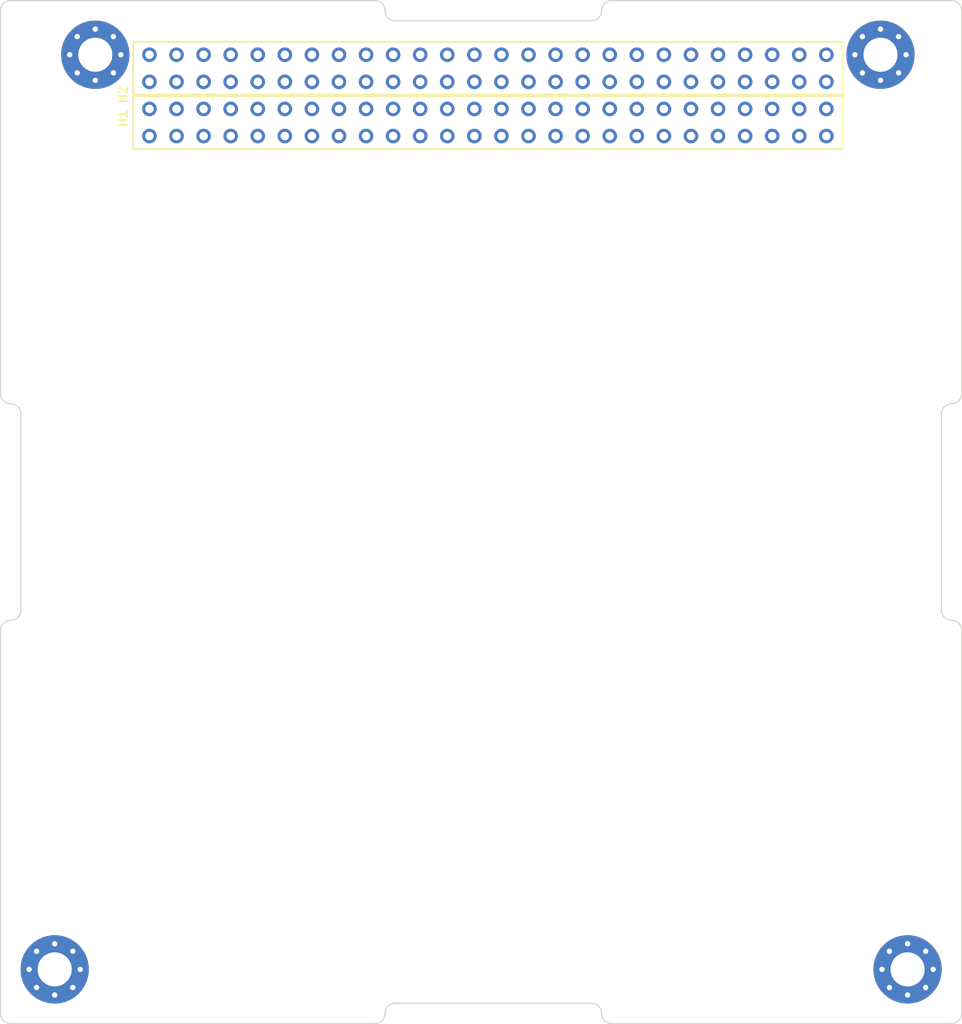
<source format=kicad_pcb>
(kicad_pcb (version 20240108) (generator "pcbnew") (generator_version "8.0")
  (layers (0 "F.Cu" signal) (31 "B.Cu" signal) (34 "B.Paste" user) (35 "F.Paste" user) (36 "B.SilkS" user "B.Silkscreen") (37 "F.SilkS" user "F.Silkscreen") (38 "B.Mask" user) (39 "F.Mask" user) (44 "Edge.Cuts" user))
  (net 0 "")
  (footprint "VST104_footprints:MountingHole_3.2mm_M3_Pad_Via" (layer "F.Cu") (at 109.86 148.375)
    (property "Reference" "MH4" (hide yes))
    (property "Value" "MountingHole_Pad" (hide yes))
    (pad "1" thru_hole circle (at -2.4 0) (size 0.8 0.8) (drill 0.5) (layers "*.Cu" "*.Mask"))
    (pad "1" thru_hole circle (at -1.697056 -1.697056) (size 0.8 0.8) (drill 0.5) (layers "*.Cu" "*.Mask"))
    (pad "1" thru_hole circle (at -1.697056 1.697056) (size 0.8 0.8) (drill 0.5) (layers "*.Cu" "*.Mask"))
    (pad "1" thru_hole circle (at 0 -2.4) (size 0.8 0.8) (drill 0.5) (layers "*.Cu" "*.Mask"))
    (pad "1" thru_hole circle (at 0 0) (size 6.4 6.4) (drill 3.2) (layers "*.Cu" "*.Mask"))
    (pad "1" thru_hole circle (at 0 2.4) (size 0.8 0.8) (drill 0.5) (layers "*.Cu" "*.Mask"))
    (pad "1" thru_hole circle (at 1.697056 -1.697056) (size 0.8 0.8) (drill 0.5) (layers "*.Cu" "*.Mask"))
    (pad "1" thru_hole circle (at 1.697056 1.697056) (size 0.8 0.8) (drill 0.5) (layers "*.Cu" "*.Mask"))
    (pad "1" thru_hole circle (at 2.4 0) (size 0.8 0.8) (drill 0.5) (layers "*.Cu" "*.Mask"))
  )
  (footprint "VST104_footprints:ESQ-126-39-x-D" (layer "F.Cu") (at 118.75 65.19)
    (property "Reference" "H2" (at -2.48 1.185 90) (layer "F.SilkS") (effects (font (size 0.8 0.8) (thickness 0.16))))
    (property "Value" "Conn_02x26_Odd_Even")
    (fp_line (start -1.525 -3.745) (end -1.525 1.205) (stroke (width 0.16)) (layer "F.SilkS"))
    (fp_line (start -1.525 -3.745) (end 65.025 -3.745) (stroke (width 0.16)) (layer "F.SilkS"))
    (fp_line (start -1.525 1.205) (end 65.025 1.205) (stroke (width 0.16)) (layer "F.SilkS"))
    (fp_line (start 65.025 -3.745) (end 65.025 1.205) (stroke (width 0.16)) (layer "F.SilkS"))
    (pad "1" thru_hole circle (at 0 0) (size 1.365 1.365) (drill 0.8) (layers "*.Cu" "*.Mask") (clearance 0.2))
    (pad "2" thru_hole circle (at 0 -2.54) (size 1.365 1.365) (drill 0.8) (layers "*.Cu" "*.Mask") (clearance 0.2))
    (pad "3" thru_hole circle (at 2.54 0) (size 1.365 1.365) (drill 0.8) (layers "*.Cu" "*.Mask") (clearance 0.2))
    (pad "4" thru_hole circle (at 2.54 -2.54) (size 1.365 1.365) (drill 0.8) (layers "*.Cu" "*.Mask") (clearance 0.2))
    (pad "5" thru_hole circle (at 5.08 0) (size 1.365 1.365) (drill 0.8) (layers "*.Cu" "*.Mask") (clearance 0.2))
    (pad "6" thru_hole circle (at 5.08 -2.54) (size 1.365 1.365) (drill 0.8) (layers "*.Cu" "*.Mask") (clearance 0.2))
    (pad "7" thru_hole circle (at 7.62 0) (size 1.365 1.365) (drill 0.8) (layers "*.Cu" "*.Mask") (clearance 0.2))
    (pad "8" thru_hole circle (at 7.62 -2.54) (size 1.365 1.365) (drill 0.8) (layers "*.Cu" "*.Mask") (clearance 0.2))
    (pad "9" thru_hole circle (at 10.16 0) (size 1.365 1.365) (drill 0.8) (layers "*.Cu" "*.Mask") (clearance 0.2))
    (pad "10" thru_hole circle (at 10.16 -2.54) (size 1.365 1.365) (drill 0.8) (layers "*.Cu" "*.Mask") (clearance 0.2))
    (pad "11" thru_hole circle (at 12.7 0) (size 1.365 1.365) (drill 0.8) (layers "*.Cu" "*.Mask") (clearance 0.2))
    (pad "12" thru_hole circle (at 12.7 -2.54) (size 1.365 1.365) (drill 0.8) (layers "*.Cu" "*.Mask") (clearance 0.2))
    (pad "13" thru_hole circle (at 15.24 0) (size 1.365 1.365) (drill 0.8) (layers "*.Cu" "*.Mask") (clearance 0.2))
    (pad "14" thru_hole circle (at 15.24 -2.54) (size 1.365 1.365) (drill 0.8) (layers "*.Cu" "*.Mask") (clearance 0.2))
    (pad "15" thru_hole circle (at 17.78 0) (size 1.365 1.365) (drill 0.8) (layers "*.Cu" "*.Mask") (clearance 0.2))
    (pad "16" thru_hole circle (at 17.78 -2.54) (size 1.365 1.365) (drill 0.8) (layers "*.Cu" "*.Mask") (clearance 0.2))
    (pad "17" thru_hole circle (at 20.32 0) (size 1.365 1.365) (drill 0.8) (layers "*.Cu" "*.Mask") (clearance 0.2))
    (pad "18" thru_hole circle (at 20.32 -2.54) (size 1.365 1.365) (drill 0.8) (layers "*.Cu" "*.Mask") (clearance 0.2))
    (pad "19" thru_hole circle (at 22.86 0) (size 1.365 1.365) (drill 0.8) (layers "*.Cu" "*.Mask") (clearance 0.2))
    (pad "20" thru_hole circle (at 22.86 -2.54) (size 1.365 1.365) (drill 0.8) (layers "*.Cu" "*.Mask") (clearance 0.2))
    (pad "21" thru_hole circle (at 25.4 0) (size 1.365 1.365) (drill 0.8) (layers "*.Cu" "*.Mask") (clearance 0.2))
    (pad "22" thru_hole circle (at 25.4 -2.54) (size 1.365 1.365) (drill 0.8) (layers "*.Cu" "*.Mask") (clearance 0.2))
    (pad "23" thru_hole circle (at 27.94 0) (size 1.365 1.365) (drill 0.8) (layers "*.Cu" "*.Mask") (clearance 0.2))
    (pad "24" thru_hole circle (at 27.94 -2.54) (size 1.365 1.365) (drill 0.8) (layers "*.Cu" "*.Mask") (clearance 0.2))
    (pad "25" thru_hole circle (at 30.48 0) (size 1.365 1.365) (drill 0.8) (layers "*.Cu" "*.Mask") (clearance 0.2))
    (pad "26" thru_hole circle (at 30.48 -2.54) (size 1.365 1.365) (drill 0.8) (layers "*.Cu" "*.Mask") (clearance 0.2))
    (pad "27" thru_hole circle (at 33.02 0) (size 1.365 1.365) (drill 0.8) (layers "*.Cu" "*.Mask") (clearance 0.2))
    (pad "28" thru_hole circle (at 33.02 -2.54) (size 1.365 1.365) (drill 0.8) (layers "*.Cu" "*.Mask") (clearance 0.2))
    (pad "29" thru_hole circle (at 35.56 0) (size 1.365 1.365) (drill 0.8) (layers "*.Cu" "*.Mask") (clearance 0.2))
    (pad "30" thru_hole circle (at 35.56 -2.54) (size 1.365 1.365) (drill 0.8) (layers "*.Cu" "*.Mask") (clearance 0.2))
    (pad "31" thru_hole circle (at 38.1 0) (size 1.365 1.365) (drill 0.8) (layers "*.Cu" "*.Mask") (clearance 0.2))
    (pad "32" thru_hole circle (at 38.1 -2.54) (size 1.365 1.365) (drill 0.8) (layers "*.Cu" "*.Mask") (clearance 0.2))
    (pad "33" thru_hole circle (at 40.64 0) (size 1.365 1.365) (drill 0.8) (layers "*.Cu" "*.Mask") (clearance 0.2))
    (pad "34" thru_hole circle (at 40.64 -2.54) (size 1.365 1.365) (drill 0.8) (layers "*.Cu" "*.Mask") (clearance 0.2))
    (pad "35" thru_hole circle (at 43.18 0) (size 1.365 1.365) (drill 0.8) (layers "*.Cu" "*.Mask") (clearance 0.2))
    (pad "36" thru_hole circle (at 43.18 -2.54) (size 1.365 1.365) (drill 0.8) (layers "*.Cu" "*.Mask") (clearance 0.2))
    (pad "37" thru_hole circle (at 45.72 0) (size 1.365 1.365) (drill 0.8) (layers "*.Cu" "*.Mask") (clearance 0.2))
    (pad "38" thru_hole circle (at 45.72 -2.54) (size 1.365 1.365) (drill 0.8) (layers "*.Cu" "*.Mask") (clearance 0.2))
    (pad "39" thru_hole circle (at 48.26 0) (size 1.365 1.365) (drill 0.8) (layers "*.Cu" "*.Mask") (clearance 0.2))
    (pad "40" thru_hole circle (at 48.26 -2.54) (size 1.365 1.365) (drill 0.8) (layers "*.Cu" "*.Mask") (clearance 0.2))
    (pad "41" thru_hole circle (at 50.8 0) (size 1.365 1.365) (drill 0.8) (layers "*.Cu" "*.Mask") (clearance 0.2))
    (pad "42" thru_hole circle (at 50.8 -2.54) (size 1.365 1.365) (drill 0.8) (layers "*.Cu" "*.Mask") (clearance 0.2))
    (pad "43" thru_hole circle (at 53.34 0) (size 1.365 1.365) (drill 0.8) (layers "*.Cu" "*.Mask") (clearance 0.2))
    (pad "44" thru_hole circle (at 53.34 -2.54) (size 1.365 1.365) (drill 0.8) (layers "*.Cu" "*.Mask") (clearance 0.2))
    (pad "45" thru_hole circle (at 55.88 0) (size 1.365 1.365) (drill 0.8) (layers "*.Cu" "*.Mask") (clearance 0.2))
    (pad "46" thru_hole circle (at 55.88 -2.54) (size 1.365 1.365) (drill 0.8) (layers "*.Cu" "*.Mask") (clearance 0.2))
    (pad "47" thru_hole circle (at 58.42 0) (size 1.365 1.365) (drill 0.8) (layers "*.Cu" "*.Mask") (clearance 0.2))
    (pad "48" thru_hole circle (at 58.42 -2.54) (size 1.365 1.365) (drill 0.8) (layers "*.Cu" "*.Mask") (clearance 0.2))
    (pad "49" thru_hole circle (at 60.96 0) (size 1.365 1.365) (drill 0.8) (layers "*.Cu" "*.Mask") (clearance 0.2))
    (pad "50" thru_hole circle (at 60.96 -2.54) (size 1.365 1.365) (drill 0.8) (layers "*.Cu" "*.Mask") (clearance 0.2))
    (pad "51" thru_hole circle (at 63.5 0) (size 1.365 1.365) (drill 0.8) (layers "*.Cu" "*.Mask") (clearance 0.2))
    (pad "52" thru_hole circle (at 63.5 -2.54) (size 1.365 1.365) (drill 0.8) (layers "*.Cu" "*.Mask") (clearance 0.2))
  )
  (footprint "VST104_footprints:MountingHole_3.2mm_M3_Pad_Via" (layer "F.Cu") (at 189.87 148.375)
    (property "Reference" "MH3" (hide yes))
    (property "Value" "MountingHole_Pad" (hide yes))
    (pad "1" thru_hole circle (at -2.4 0) (size 0.8 0.8) (drill 0.5) (layers "*.Cu" "*.Mask"))
    (pad "1" thru_hole circle (at -1.697056 -1.697056) (size 0.8 0.8) (drill 0.5) (layers "*.Cu" "*.Mask"))
    (pad "1" thru_hole circle (at -1.697056 1.697056) (size 0.8 0.8) (drill 0.5) (layers "*.Cu" "*.Mask"))
    (pad "1" thru_hole circle (at 0 -2.4) (size 0.8 0.8) (drill 0.5) (layers "*.Cu" "*.Mask"))
    (pad "1" thru_hole circle (at 0 0) (size 6.4 6.4) (drill 3.2) (layers "*.Cu" "*.Mask"))
    (pad "1" thru_hole circle (at 0 2.4) (size 0.8 0.8) (drill 0.5) (layers "*.Cu" "*.Mask"))
    (pad "1" thru_hole circle (at 1.697056 -1.697056) (size 0.8 0.8) (drill 0.5) (layers "*.Cu" "*.Mask"))
    (pad "1" thru_hole circle (at 1.697056 1.697056) (size 0.8 0.8) (drill 0.5) (layers "*.Cu" "*.Mask"))
    (pad "1" thru_hole circle (at 2.4 0) (size 0.8 0.8) (drill 0.5) (layers "*.Cu" "*.Mask"))
  )
  (footprint "VST104_footprints:MountingHole_3.2mm_M3_Pad_Via" (layer "F.Cu") (at 187.33 62.65)
    (property "Reference" "MH2" (hide yes))
    (property "Value" "MountingHole_Pad" (hide yes))
    (pad "1" thru_hole circle (at -2.4 0) (size 0.8 0.8) (drill 0.5) (layers "*.Cu" "*.Mask"))
    (pad "1" thru_hole circle (at -1.697056 -1.697056) (size 0.8 0.8) (drill 0.5) (layers "*.Cu" "*.Mask"))
    (pad "1" thru_hole circle (at -1.697056 1.697056) (size 0.8 0.8) (drill 0.5) (layers "*.Cu" "*.Mask"))
    (pad "1" thru_hole circle (at 0 -2.4) (size 0.8 0.8) (drill 0.5) (layers "*.Cu" "*.Mask"))
    (pad "1" thru_hole circle (at 0 0) (size 6.4 6.4) (drill 3.2) (layers "*.Cu" "*.Mask"))
    (pad "1" thru_hole circle (at 0 2.4) (size 0.8 0.8) (drill 0.5) (layers "*.Cu" "*.Mask"))
    (pad "1" thru_hole circle (at 1.697056 -1.697056) (size 0.8 0.8) (drill 0.5) (layers "*.Cu" "*.Mask"))
    (pad "1" thru_hole circle (at 1.697056 1.697056) (size 0.8 0.8) (drill 0.5) (layers "*.Cu" "*.Mask"))
    (pad "1" thru_hole circle (at 2.4 0) (size 0.8 0.8) (drill 0.5) (layers "*.Cu" "*.Mask"))
  )
  (footprint "VST104_footprints:MountingHole_3.2mm_M3_Pad_Via" (layer "F.Cu") (at 113.67 62.65)
    (property "Reference" "MH1" (hide yes))
    (property "Value" "MountingHole_Pad" (hide yes))
    (pad "1" thru_hole circle (at -2.4 0) (size 0.8 0.8) (drill 0.5) (layers "*.Cu" "*.Mask"))
    (pad "1" thru_hole circle (at -1.697056 -1.697056) (size 0.8 0.8) (drill 0.5) (layers "*.Cu" "*.Mask"))
    (pad "1" thru_hole circle (at -1.697056 1.697056) (size 0.8 0.8) (drill 0.5) (layers "*.Cu" "*.Mask"))
    (pad "1" thru_hole circle (at 0 -2.4) (size 0.8 0.8) (drill 0.5) (layers "*.Cu" "*.Mask"))
    (pad "1" thru_hole circle (at 0 0) (size 6.4 6.4) (drill 3.2) (layers "*.Cu" "*.Mask"))
    (pad "1" thru_hole circle (at 0 2.4) (size 0.8 0.8) (drill 0.5) (layers "*.Cu" "*.Mask"))
    (pad "1" thru_hole circle (at 1.697056 -1.697056) (size 0.8 0.8) (drill 0.5) (layers "*.Cu" "*.Mask"))
    (pad "1" thru_hole circle (at 1.697056 1.697056) (size 0.8 0.8) (drill 0.5) (layers "*.Cu" "*.Mask"))
    (pad "1" thru_hole circle (at 2.4 0) (size 0.8 0.8) (drill 0.5) (layers "*.Cu" "*.Mask"))
  )
  (footprint "VST104_footprints:ESQ-126-39-x-D" (layer "F.Cu") (at 118.75 70.27)
    (property "Reference" "H1" (at -2.48 -1.645 90) (layer "F.SilkS") (effects (font (size 0.8 0.8) (thickness 0.16))))
    (property "Value" "Conn_02x26_Odd_Even")
    (fp_line (start -1.525 -3.745) (end -1.525 1.205) (stroke (width 0.16)) (layer "F.SilkS"))
    (fp_line (start -1.525 -3.745) (end 65.025 -3.745) (stroke (width 0.16)) (layer "F.SilkS"))
    (fp_line (start -1.525 1.205) (end 65.025 1.205) (stroke (width 0.16)) (layer "F.SilkS"))
    (fp_line (start 65.025 -3.745) (end 65.025 1.205) (stroke (width 0.16)) (layer "F.SilkS"))
    (pad "1" thru_hole circle (at 0 0) (size 1.365 1.365) (drill 0.8) (layers "*.Cu" "*.Mask") (clearance 0.2))
    (pad "2" thru_hole circle (at 0 -2.54) (size 1.365 1.365) (drill 0.8) (layers "*.Cu" "*.Mask") (clearance 0.2))
    (pad "3" thru_hole circle (at 2.54 0) (size 1.365 1.365) (drill 0.8) (layers "*.Cu" "*.Mask") (clearance 0.2))
    (pad "4" thru_hole circle (at 2.54 -2.54) (size 1.365 1.365) (drill 0.8) (layers "*.Cu" "*.Mask") (clearance 0.2))
    (pad "5" thru_hole circle (at 5.08 0) (size 1.365 1.365) (drill 0.8) (layers "*.Cu" "*.Mask") (clearance 0.2))
    (pad "6" thru_hole circle (at 5.08 -2.54) (size 1.365 1.365) (drill 0.8) (layers "*.Cu" "*.Mask") (clearance 0.2))
    (pad "7" thru_hole circle (at 7.62 0) (size 1.365 1.365) (drill 0.8) (layers "*.Cu" "*.Mask") (clearance 0.2))
    (pad "8" thru_hole circle (at 7.62 -2.54) (size 1.365 1.365) (drill 0.8) (layers "*.Cu" "*.Mask") (clearance 0.2))
    (pad "9" thru_hole circle (at 10.16 0) (size 1.365 1.365) (drill 0.8) (layers "*.Cu" "*.Mask") (clearance 0.2))
    (pad "10" thru_hole circle (at 10.16 -2.54) (size 1.365 1.365) (drill 0.8) (layers "*.Cu" "*.Mask") (clearance 0.2))
    (pad "11" thru_hole circle (at 12.7 0) (size 1.365 1.365) (drill 0.8) (layers "*.Cu" "*.Mask") (clearance 0.2))
    (pad "12" thru_hole circle (at 12.7 -2.54) (size 1.365 1.365) (drill 0.8) (layers "*.Cu" "*.Mask") (clearance 0.2))
    (pad "13" thru_hole circle (at 15.24 0) (size 1.365 1.365) (drill 0.8) (layers "*.Cu" "*.Mask") (clearance 0.2))
    (pad "14" thru_hole circle (at 15.24 -2.54) (size 1.365 1.365) (drill 0.8) (layers "*.Cu" "*.Mask") (clearance 0.2))
    (pad "15" thru_hole circle (at 17.78 0) (size 1.365 1.365) (drill 0.8) (layers "*.Cu" "*.Mask") (clearance 0.2))
    (pad "16" thru_hole circle (at 17.78 -2.54) (size 1.365 1.365) (drill 0.8) (layers "*.Cu" "*.Mask") (clearance 0.2))
    (pad "17" thru_hole circle (at 20.32 0) (size 1.365 1.365) (drill 0.8) (layers "*.Cu" "*.Mask") (clearance 0.2))
    (pad "18" thru_hole circle (at 20.32 -2.54) (size 1.365 1.365) (drill 0.8) (layers "*.Cu" "*.Mask") (clearance 0.2))
    (pad "19" thru_hole circle (at 22.86 0) (size 1.365 1.365) (drill 0.8) (layers "*.Cu" "*.Mask") (clearance 0.2))
    (pad "20" thru_hole circle (at 22.86 -2.54) (size 1.365 1.365) (drill 0.8) (layers "*.Cu" "*.Mask") (clearance 0.2))
    (pad "21" thru_hole circle (at 25.4 0) (size 1.365 1.365) (drill 0.8) (layers "*.Cu" "*.Mask") (clearance 0.2))
    (pad "22" thru_hole circle (at 25.4 -2.54) (size 1.365 1.365) (drill 0.8) (layers "*.Cu" "*.Mask") (clearance 0.2))
    (pad "23" thru_hole circle (at 27.94 0) (size 1.365 1.365) (drill 0.8) (layers "*.Cu" "*.Mask") (clearance 0.2))
    (pad "24" thru_hole circle (at 27.94 -2.54) (size 1.365 1.365) (drill 0.8) (layers "*.Cu" "*.Mask") (clearance 0.2))
    (pad "25" thru_hole circle (at 30.48 0) (size 1.365 1.365) (drill 0.8) (layers "*.Cu" "*.Mask") (clearance 0.2))
    (pad "26" thru_hole circle (at 30.48 -2.54) (size 1.365 1.365) (drill 0.8) (layers "*.Cu" "*.Mask") (clearance 0.2))
    (pad "27" thru_hole circle (at 33.02 0) (size 1.365 1.365) (drill 0.8) (layers "*.Cu" "*.Mask") (clearance 0.2))
    (pad "28" thru_hole circle (at 33.02 -2.54) (size 1.365 1.365) (drill 0.8) (layers "*.Cu" "*.Mask") (clearance 0.2))
    (pad "29" thru_hole circle (at 35.56 0) (size 1.365 1.365) (drill 0.8) (layers "*.Cu" "*.Mask") (clearance 0.2))
    (pad "30" thru_hole circle (at 35.56 -2.54) (size 1.365 1.365) (drill 0.8) (layers "*.Cu" "*.Mask") (clearance 0.2))
    (pad "31" thru_hole circle (at 38.1 0) (size 1.365 1.365) (drill 0.8) (layers "*.Cu" "*.Mask") (clearance 0.2))
    (pad "32" thru_hole circle (at 38.1 -2.54) (size 1.365 1.365) (drill 0.8) (layers "*.Cu" "*.Mask") (clearance 0.2))
    (pad "33" thru_hole circle (at 40.64 0) (size 1.365 1.365) (drill 0.8) (layers "*.Cu" "*.Mask") (clearance 0.2))
    (pad "34" thru_hole circle (at 40.64 -2.54) (size 1.365 1.365) (drill 0.8) (layers "*.Cu" "*.Mask") (clearance 0.2))
    (pad "35" thru_hole circle (at 43.18 0) (size 1.365 1.365) (drill 0.8) (layers "*.Cu" "*.Mask") (clearance 0.2))
    (pad "36" thru_hole circle (at 43.18 -2.54) (size 1.365 1.365) (drill 0.8) (layers "*.Cu" "*.Mask") (clearance 0.2))
    (pad "37" thru_hole circle (at 45.72 0) (size 1.365 1.365) (drill 0.8) (layers "*.Cu" "*.Mask") (clearance 0.2))
    (pad "38" thru_hole circle (at 45.72 -2.54) (size 1.365 1.365) (drill 0.8) (layers "*.Cu" "*.Mask") (clearance 0.2))
    (pad "39" thru_hole circle (at 48.26 0) (size 1.365 1.365) (drill 0.8) (layers "*.Cu" "*.Mask") (clearance 0.2))
    (pad "40" thru_hole circle (at 48.26 -2.54) (size 1.365 1.365) (drill 0.8) (layers "*.Cu" "*.Mask") (clearance 0.2))
    (pad "41" thru_hole circle (at 50.8 0) (size 1.365 1.365) (drill 0.8) (layers "*.Cu" "*.Mask") (clearance 0.2))
    (pad "42" thru_hole circle (at 50.8 -2.54) (size 1.365 1.365) (drill 0.8) (layers "*.Cu" "*.Mask") (clearance 0.2))
    (pad "43" thru_hole circle (at 53.34 0) (size 1.365 1.365) (drill 0.8) (layers "*.Cu" "*.Mask") (clearance 0.2))
    (pad "44" thru_hole circle (at 53.34 -2.54) (size 1.365 1.365) (drill 0.8) (layers "*.Cu" "*.Mask") (clearance 0.2))
    (pad "45" thru_hole circle (at 55.88 0) (size 1.365 1.365) (drill 0.8) (layers "*.Cu" "*.Mask") (clearance 0.2))
    (pad "46" thru_hole circle (at 55.88 -2.54) (size 1.365 1.365) (drill 0.8) (layers "*.Cu" "*.Mask") (clearance 0.2))
    (pad "47" thru_hole circle (at 58.42 0) (size 1.365 1.365) (drill 0.8) (layers "*.Cu" "*.Mask") (clearance 0.2))
    (pad "48" thru_hole circle (at 58.42 -2.54) (size 1.365 1.365) (drill 0.8) (layers "*.Cu" "*.Mask") (clearance 0.2))
    (pad "49" thru_hole circle (at 60.96 0) (size 1.365 1.365) (drill 0.8) (layers "*.Cu" "*.Mask") (clearance 0.2))
    (pad "50" thru_hole circle (at 60.96 -2.54) (size 1.365 1.365) (drill 0.8) (layers "*.Cu" "*.Mask") (clearance 0.2))
    (pad "51" thru_hole circle (at 63.5 0) (size 1.365 1.365) (drill 0.8) (layers "*.Cu" "*.Mask") (clearance 0.2))
    (pad "52" thru_hole circle (at 63.5 -2.54) (size 1.365 1.365) (drill 0.8) (layers "*.Cu" "*.Mask") (clearance 0.2))
  )
  (gr_line (start 141.8005 151.55) (end 160.2155 151.55) (stroke (width 0.1)) (layer "Edge.Cuts"))
  (gr_arc (start 141.8005 59.475) (mid 141.126981 59.196019) (end 140.848 58.5225) (stroke (width 0.1)) (layer "Edge.Cuts"))
  (gr_line (start 105.7325 153.455) (end 139.8955 153.455) (stroke (width 0.1)) (layer "Edge.Cuts"))
  (gr_arc (start 104.78 58.5225) (mid 105.058981 57.848981) (end 105.7325 57.57) (stroke (width 0.1)) (layer "Edge.Cuts"))
  (gr_line (start 141.8005 59.475) (end 160.2155 59.475) (stroke (width 0.1)) (layer "Edge.Cuts"))
  (gr_arc (start 105.7325 95.3652) (mid 105.058981 95.086219) (end 104.78 94.4127) (stroke (width 0.1)) (layer "Edge.Cuts"))
  (gr_arc (start 105.7325 95.3652) (mid 106.406019 95.644181) (end 106.685 96.3177) (stroke (width 0.1)) (layer "Edge.Cuts"))
  (gr_arc (start 106.685 114.7073) (mid 106.406019 115.380819) (end 105.7325 115.6598) (stroke (width 0.1)) (layer "Edge.Cuts"))
  (gr_arc (start 160.2155 151.55) (mid 160.889019 151.828981) (end 161.168 152.5025) (stroke (width 0.1)) (layer "Edge.Cuts"))
  (gr_arc (start 193.9975 115.6598) (mid 194.671019 115.938781) (end 194.95 116.6123) (stroke (width 0.1)) (layer "Edge.Cuts"))
  (gr_arc (start 140.848 152.5025) (mid 141.126981 151.828981) (end 141.8005 151.55) (stroke (width 0.1)) (layer "Edge.Cuts"))
  (gr_arc (start 194.95 152.5025) (mid 194.671019 153.176019) (end 193.9975 153.455) (stroke (width 0.1)) (layer "Edge.Cuts"))
  (gr_arc (start 193.9975 115.6598) (mid 193.323981 115.380819) (end 193.045 114.7073) (stroke (width 0.1)) (layer "Edge.Cuts"))
  (gr_arc (start 161.168 58.5225) (mid 160.889019 59.196019) (end 160.2155 59.475) (stroke (width 0.1)) (layer "Edge.Cuts"))
  (gr_line (start 194.95 58.5225) (end 194.95 94.4127) (stroke (width 0.1)) (layer "Edge.Cuts"))
  (gr_line (start 106.685 96.3177) (end 106.685 114.7073) (stroke (width 0.1)) (layer "Edge.Cuts"))
  (gr_line (start 104.78 116.6123) (end 104.78 152.5025) (stroke (width 0.1)) (layer "Edge.Cuts"))
  (gr_line (start 105.7325 57.57) (end 139.8955 57.57) (stroke (width 0.1)) (layer "Edge.Cuts"))
  (gr_arc (start 140.848 152.5025) (mid 140.569019 153.176019) (end 139.8955 153.455) (stroke (width 0.1)) (layer "Edge.Cuts"))
  (gr_arc (start 105.7325 153.455) (mid 105.058981 153.176019) (end 104.78 152.5025) (stroke (width 0.1)) (layer "Edge.Cuts"))
  (gr_line (start 194.95 116.6123) (end 194.95 152.5025) (stroke (width 0.1)) (layer "Edge.Cuts"))
  (gr_arc (start 193.9975 57.57) (mid 194.671019 57.848981) (end 194.95 58.5225) (stroke (width 0.1)) (layer "Edge.Cuts"))
  (gr_arc (start 162.1205 153.455) (mid 161.446981 153.176019) (end 161.168 152.5025) (stroke (width 0.1)) (layer "Edge.Cuts"))
  (gr_line (start 193.045 96.3177) (end 193.045 114.7073) (stroke (width 0.1)) (layer "Edge.Cuts"))
  (gr_line (start 104.78 58.5225) (end 104.78 94.4127) (stroke (width 0.1)) (layer "Edge.Cuts"))
  (gr_arc (start 139.8955 57.57) (mid 140.569019 57.848981) (end 140.848 58.5225) (stroke (width 0.1)) (layer "Edge.Cuts"))
  (gr_arc (start 161.168 58.5225) (mid 161.446981 57.848981) (end 162.1205 57.57) (stroke (width 0.1)) (layer "Edge.Cuts"))
  (gr_arc (start 193.045 96.3177) (mid 193.323981 95.644181) (end 193.9975 95.3652) (stroke (width 0.1)) (layer "Edge.Cuts"))
  (gr_arc (start 104.78 116.6123) (mid 105.058981 115.938781) (end 105.7325 115.6598) (stroke (width 0.1)) (layer "Edge.Cuts"))
  (gr_line (start 162.1205 153.455) (end 193.9975 153.455) (stroke (width 0.1)) (layer "Edge.Cuts"))
  (gr_line (start 162.1205 57.57) (end 193.9975 57.57) (stroke (width 0.1)) (layer "Edge.Cuts"))
  (gr_arc (start 194.95 94.4127) (mid 194.671019 95.086219) (end 193.9975 95.3652) (stroke (width 0.1)) (layer "Edge.Cuts"))
)
</source>
